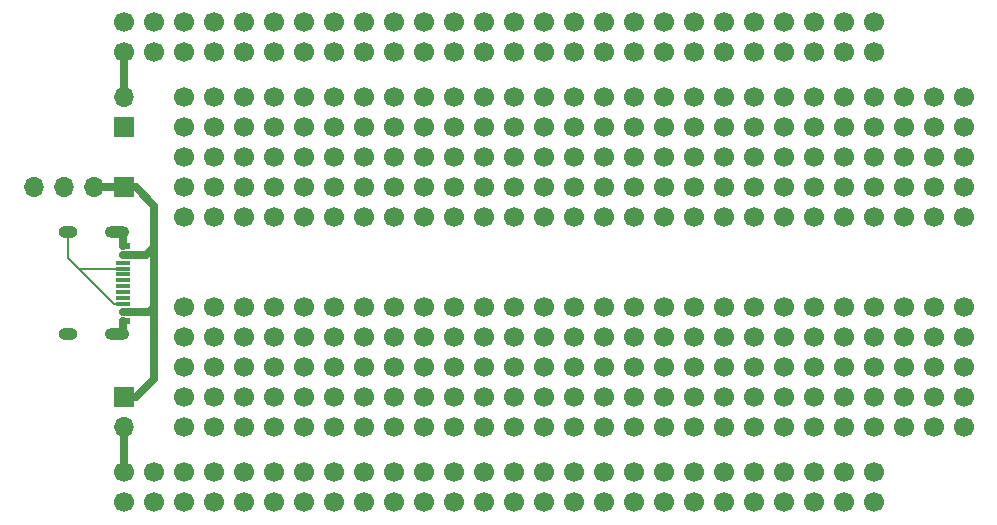
<source format=gbr>
G04 #@! TF.GenerationSoftware,KiCad,Pcbnew,(5.1.5)-3*
G04 #@! TF.CreationDate,2020-04-19T20:17:08-05:00*
G04 #@! TF.ProjectId,Activity_1,41637469-7669-4747-995f-312e6b696361,rev?*
G04 #@! TF.SameCoordinates,Original*
G04 #@! TF.FileFunction,Copper,L1,Top*
G04 #@! TF.FilePolarity,Positive*
%FSLAX46Y46*%
G04 Gerber Fmt 4.6, Leading zero omitted, Abs format (unit mm)*
G04 Created by KiCad (PCBNEW (5.1.5)-3) date 2020-04-19 20:17:08*
%MOMM*%
%LPD*%
G04 APERTURE LIST*
%ADD10R,1.150000X0.300000*%
%ADD11R,0.890000X0.600000*%
%ADD12O,1.600000X1.000000*%
%ADD13O,2.100000X1.000000*%
%ADD14O,1.700000X1.700000*%
%ADD15R,1.700000X1.700000*%
%ADD16C,1.700000*%
%ADD17C,0.635000*%
%ADD18C,0.152400*%
G04 APERTURE END LIST*
D10*
X156150000Y-111780000D03*
D11*
X156280000Y-111130000D03*
D12*
X151525000Y-109210000D03*
X151525000Y-117850000D03*
D13*
X155675000Y-117850000D03*
D11*
X156280000Y-110330000D03*
D13*
X155675000Y-109210000D03*
D10*
X156150000Y-112280000D03*
X156150000Y-112780000D03*
X156150000Y-113280000D03*
X156150000Y-113780000D03*
X156150000Y-114280000D03*
X156150000Y-114780000D03*
X156150000Y-115280000D03*
D11*
X156280000Y-116730000D03*
X156280000Y-115930000D03*
D14*
X156210000Y-125730000D03*
D15*
X156210000Y-123190000D03*
D14*
X156210000Y-97790000D03*
D15*
X156210000Y-100330000D03*
D14*
X148590000Y-105410000D03*
X151130000Y-105410000D03*
X153670000Y-105410000D03*
D15*
X156210000Y-105410000D03*
D16*
X156210000Y-91440000D03*
X158750000Y-91440000D03*
X161290000Y-91440000D03*
X163830000Y-91440000D03*
X166370000Y-91440000D03*
X168910000Y-91440000D03*
X171450000Y-91440000D03*
X173990000Y-91440000D03*
X176530000Y-91440000D03*
X179070000Y-91440000D03*
X181610000Y-91440000D03*
X184150000Y-91440000D03*
X186690000Y-91440000D03*
X189230000Y-91440000D03*
X191770000Y-91440000D03*
X194310000Y-91440000D03*
X196850000Y-91440000D03*
X199390000Y-91440000D03*
X201930000Y-91440000D03*
X204470000Y-91440000D03*
X207010000Y-91440000D03*
X209550000Y-91440000D03*
X212090000Y-91440000D03*
X214630000Y-91440000D03*
X217170000Y-91440000D03*
X219710000Y-91440000D03*
X156210000Y-93980000D03*
X158750000Y-93980000D03*
X161290000Y-93980000D03*
X163830000Y-93980000D03*
X166370000Y-93980000D03*
X168910000Y-93980000D03*
X171450000Y-93980000D03*
X173990000Y-93980000D03*
X176530000Y-93980000D03*
X179070000Y-93980000D03*
X181610000Y-93980000D03*
X184150000Y-93980000D03*
X186690000Y-93980000D03*
X189230000Y-93980000D03*
X191770000Y-93980000D03*
X194310000Y-93980000D03*
X196850000Y-93980000D03*
X199390000Y-93980000D03*
X201930000Y-93980000D03*
X204470000Y-93980000D03*
X207010000Y-93980000D03*
X209550000Y-93980000D03*
X212090000Y-93980000D03*
X214630000Y-93980000D03*
X217170000Y-93980000D03*
X219710000Y-93980000D03*
X156210000Y-129540000D03*
X158750000Y-129540000D03*
X161290000Y-129540000D03*
X163830000Y-129540000D03*
X166370000Y-129540000D03*
X168910000Y-129540000D03*
X171450000Y-129540000D03*
X173990000Y-129540000D03*
X176530000Y-129540000D03*
X179070000Y-129540000D03*
X181610000Y-129540000D03*
X184150000Y-129540000D03*
X186690000Y-129540000D03*
X189230000Y-129540000D03*
X191770000Y-129540000D03*
X194310000Y-129540000D03*
X196850000Y-129540000D03*
X199390000Y-129540000D03*
X201930000Y-129540000D03*
X204470000Y-129540000D03*
X207010000Y-129540000D03*
X209550000Y-129540000D03*
X212090000Y-129540000D03*
X214630000Y-129540000D03*
X217170000Y-129540000D03*
X219710000Y-129540000D03*
X161290000Y-97790000D03*
X161290000Y-100330000D03*
X161290000Y-102870000D03*
X161290000Y-105410000D03*
X161290000Y-107950000D03*
X161290000Y-115570000D03*
X161290000Y-118110000D03*
X161290000Y-120650000D03*
X161290000Y-123190000D03*
X161290000Y-125730000D03*
X163830000Y-107950000D03*
X166370000Y-107950000D03*
X168910000Y-107950000D03*
X171450000Y-107950000D03*
X173990000Y-107950000D03*
X176530000Y-107950000D03*
X179070000Y-107950000D03*
X181610000Y-107950000D03*
X184150000Y-107950000D03*
X186690000Y-107950000D03*
X189230000Y-107950000D03*
X191770000Y-107950000D03*
X194310000Y-107950000D03*
X196850000Y-107950000D03*
X199390000Y-107950000D03*
X201930000Y-107950000D03*
X204470000Y-107950000D03*
X207010000Y-107950000D03*
X209550000Y-107950000D03*
X212090000Y-107950000D03*
X214630000Y-107950000D03*
X217170000Y-107950000D03*
X219710000Y-107950000D03*
X222250000Y-107950000D03*
X224790000Y-107950000D03*
X227330000Y-107950000D03*
X163830000Y-105410000D03*
X166370000Y-105410000D03*
X168910000Y-105410000D03*
X171450000Y-105410000D03*
X173990000Y-105410000D03*
X176530000Y-105410000D03*
X179070000Y-105410000D03*
X181610000Y-105410000D03*
X184150000Y-105410000D03*
X186690000Y-105410000D03*
X189230000Y-105410000D03*
X191770000Y-105410000D03*
X194310000Y-105410000D03*
X196850000Y-105410000D03*
X199390000Y-105410000D03*
X201930000Y-105410000D03*
X204470000Y-105410000D03*
X207010000Y-105410000D03*
X209550000Y-105410000D03*
X212090000Y-105410000D03*
X214630000Y-105410000D03*
X217170000Y-105410000D03*
X219710000Y-105410000D03*
X222250000Y-105410000D03*
X224790000Y-105410000D03*
X227330000Y-105410000D03*
X163830000Y-102870000D03*
X166370000Y-102870000D03*
X168910000Y-102870000D03*
X171450000Y-102870000D03*
X173990000Y-102870000D03*
X176530000Y-102870000D03*
X179070000Y-102870000D03*
X181610000Y-102870000D03*
X184150000Y-102870000D03*
X186690000Y-102870000D03*
X189230000Y-102870000D03*
X191770000Y-102870000D03*
X194310000Y-102870000D03*
X196850000Y-102870000D03*
X199390000Y-102870000D03*
X201930000Y-102870000D03*
X204470000Y-102870000D03*
X207010000Y-102870000D03*
X209550000Y-102870000D03*
X212090000Y-102870000D03*
X214630000Y-102870000D03*
X217170000Y-102870000D03*
X219710000Y-102870000D03*
X222250000Y-102870000D03*
X224790000Y-102870000D03*
X227330000Y-102870000D03*
X163830000Y-100330000D03*
X166370000Y-100330000D03*
X168910000Y-100330000D03*
X171450000Y-100330000D03*
X173990000Y-100330000D03*
X176530000Y-100330000D03*
X179070000Y-100330000D03*
X181610000Y-100330000D03*
X184150000Y-100330000D03*
X186690000Y-100330000D03*
X189230000Y-100330000D03*
X191770000Y-100330000D03*
X194310000Y-100330000D03*
X196850000Y-100330000D03*
X199390000Y-100330000D03*
X201930000Y-100330000D03*
X204470000Y-100330000D03*
X207010000Y-100330000D03*
X209550000Y-100330000D03*
X212090000Y-100330000D03*
X214630000Y-100330000D03*
X217170000Y-100330000D03*
X219710000Y-100330000D03*
X222250000Y-100330000D03*
X224790000Y-100330000D03*
X227330000Y-100330000D03*
X163830000Y-97790000D03*
X166370000Y-97790000D03*
X168910000Y-97790000D03*
X171450000Y-97790000D03*
X173990000Y-97790000D03*
X176530000Y-97790000D03*
X179070000Y-97790000D03*
X181610000Y-97790000D03*
X184150000Y-97790000D03*
X186690000Y-97790000D03*
X189230000Y-97790000D03*
X191770000Y-97790000D03*
X194310000Y-97790000D03*
X196850000Y-97790000D03*
X199390000Y-97790000D03*
X201930000Y-97790000D03*
X204470000Y-97790000D03*
X207010000Y-97790000D03*
X209550000Y-97790000D03*
X212090000Y-97790000D03*
X214630000Y-97790000D03*
X217170000Y-97790000D03*
X219710000Y-97790000D03*
X222250000Y-97790000D03*
X224790000Y-97790000D03*
X227330000Y-97790000D03*
X163830000Y-115570000D03*
X166370000Y-115570000D03*
X168910000Y-115570000D03*
X171450000Y-115570000D03*
X173990000Y-115570000D03*
X176530000Y-115570000D03*
X179070000Y-115570000D03*
X181610000Y-115570000D03*
X184150000Y-115570000D03*
X186690000Y-115570000D03*
X189230000Y-115570000D03*
X191770000Y-115570000D03*
X194310000Y-115570000D03*
X196850000Y-115570000D03*
X199390000Y-115570000D03*
X201930000Y-115570000D03*
X204470000Y-115570000D03*
X207010000Y-115570000D03*
X209550000Y-115570000D03*
X212090000Y-115570000D03*
X214630000Y-115570000D03*
X217170000Y-115570000D03*
X219710000Y-115570000D03*
X222250000Y-115570000D03*
X224790000Y-115570000D03*
X227330000Y-115570000D03*
X163830000Y-120650000D03*
X166370000Y-120650000D03*
X168910000Y-120650000D03*
X171450000Y-120650000D03*
X173990000Y-120650000D03*
X176530000Y-120650000D03*
X179070000Y-120650000D03*
X181610000Y-120650000D03*
X184150000Y-120650000D03*
X186690000Y-120650000D03*
X189230000Y-120650000D03*
X191770000Y-120650000D03*
X194310000Y-120650000D03*
X196850000Y-120650000D03*
X199390000Y-120650000D03*
X201930000Y-120650000D03*
X204470000Y-120650000D03*
X207010000Y-120650000D03*
X209550000Y-120650000D03*
X212090000Y-120650000D03*
X214630000Y-120650000D03*
X217170000Y-120650000D03*
X219710000Y-120650000D03*
X222250000Y-120650000D03*
X224790000Y-120650000D03*
X227330000Y-120650000D03*
X163830000Y-118110000D03*
X166370000Y-118110000D03*
X168910000Y-118110000D03*
X171450000Y-118110000D03*
X173990000Y-118110000D03*
X176530000Y-118110000D03*
X179070000Y-118110000D03*
X181610000Y-118110000D03*
X184150000Y-118110000D03*
X186690000Y-118110000D03*
X189230000Y-118110000D03*
X191770000Y-118110000D03*
X194310000Y-118110000D03*
X196850000Y-118110000D03*
X199390000Y-118110000D03*
X201930000Y-118110000D03*
X204470000Y-118110000D03*
X207010000Y-118110000D03*
X209550000Y-118110000D03*
X212090000Y-118110000D03*
X214630000Y-118110000D03*
X217170000Y-118110000D03*
X219710000Y-118110000D03*
X222250000Y-118110000D03*
X224790000Y-118110000D03*
X227330000Y-118110000D03*
X163830000Y-123190000D03*
X166370000Y-123190000D03*
X168910000Y-123190000D03*
X171450000Y-123190000D03*
X173990000Y-123190000D03*
X176530000Y-123190000D03*
X179070000Y-123190000D03*
X181610000Y-123190000D03*
X184150000Y-123190000D03*
X186690000Y-123190000D03*
X189230000Y-123190000D03*
X191770000Y-123190000D03*
X194310000Y-123190000D03*
X196850000Y-123190000D03*
X199390000Y-123190000D03*
X201930000Y-123190000D03*
X204470000Y-123190000D03*
X207010000Y-123190000D03*
X209550000Y-123190000D03*
X212090000Y-123190000D03*
X214630000Y-123190000D03*
X217170000Y-123190000D03*
X219710000Y-123190000D03*
X222250000Y-123190000D03*
X224790000Y-123190000D03*
X227330000Y-123190000D03*
X163830000Y-125730000D03*
X166370000Y-125730000D03*
X168910000Y-125730000D03*
X171450000Y-125730000D03*
X173990000Y-125730000D03*
X176530000Y-125730000D03*
X179070000Y-125730000D03*
X181610000Y-125730000D03*
X184150000Y-125730000D03*
X186690000Y-125730000D03*
X189230000Y-125730000D03*
X191770000Y-125730000D03*
X194310000Y-125730000D03*
X196850000Y-125730000D03*
X199390000Y-125730000D03*
X201930000Y-125730000D03*
X204470000Y-125730000D03*
X207010000Y-125730000D03*
X209550000Y-125730000D03*
X212090000Y-125730000D03*
X214630000Y-125730000D03*
X217170000Y-125730000D03*
X219710000Y-125730000D03*
X222250000Y-125730000D03*
X224790000Y-125730000D03*
X227330000Y-125730000D03*
X156210000Y-132080000D03*
X158750000Y-132080000D03*
X161290000Y-132080000D03*
X163830000Y-132080000D03*
X166370000Y-132080000D03*
X168910000Y-132080000D03*
X171450000Y-132080000D03*
X173990000Y-132080000D03*
X176530000Y-132080000D03*
X179070000Y-132080000D03*
X181610000Y-132080000D03*
X184150000Y-132080000D03*
X186690000Y-132080000D03*
X189230000Y-132080000D03*
X191770000Y-132080000D03*
X194310000Y-132080000D03*
X196850000Y-132080000D03*
X199390000Y-132080000D03*
X201930000Y-132080000D03*
X204470000Y-132080000D03*
X207010000Y-132080000D03*
X209550000Y-132080000D03*
X212090000Y-132080000D03*
X214630000Y-132080000D03*
X217170000Y-132080000D03*
X219710000Y-132080000D03*
D17*
X157212400Y-105410000D02*
X156210000Y-105410000D01*
X158750000Y-106947600D02*
X157212400Y-105410000D01*
X153670000Y-105410000D02*
X156210000Y-105410000D01*
X158750000Y-114057400D02*
X158750000Y-115570000D01*
X158390000Y-115930000D02*
X156150000Y-115930000D01*
X158750000Y-115570000D02*
X158390000Y-115930000D01*
X158110000Y-111130000D02*
X156150000Y-111130000D01*
X158750000Y-110490000D02*
X158110000Y-111130000D01*
X158750000Y-110490000D02*
X158750000Y-106947600D01*
X158750000Y-114057400D02*
X158750000Y-110490000D01*
X157212400Y-123190000D02*
X156210000Y-123190000D01*
X158750000Y-121652400D02*
X157212400Y-123190000D01*
X158750000Y-115570000D02*
X158750000Y-121652400D01*
D18*
X156150000Y-109685000D02*
X155675000Y-109210000D01*
D17*
X156150000Y-110330000D02*
X156150000Y-109685000D01*
D18*
X156150000Y-117375000D02*
X155675000Y-117850000D01*
D17*
X156150000Y-116730000D02*
X156150000Y-117375000D01*
D18*
X151525000Y-109862400D02*
X151525000Y-109210000D01*
X155422600Y-115280000D02*
X151525000Y-111382400D01*
X151525000Y-111382400D02*
X151525000Y-109862400D01*
X156150000Y-115280000D02*
X155422600Y-115280000D01*
X152422600Y-112280000D02*
X151525000Y-111382400D01*
X156150000Y-112280000D02*
X152422600Y-112280000D01*
D17*
X156210000Y-93980000D02*
X156210000Y-97790000D01*
X156210000Y-125730000D02*
X156210000Y-129540000D01*
M02*

</source>
